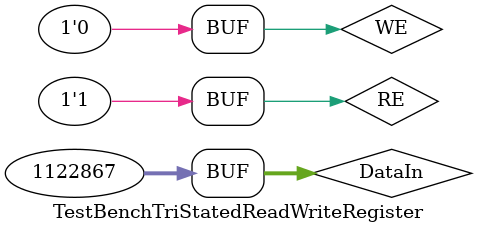
<source format=v>
`timescale 1ns / 1ps


module TestBenchTriStatedReadWriteRegister;

	// Inputs
	reg RE;
	reg WE;
	reg [31 : 0] DataIn;

	wire [31:0] DataOut;
	

	// Instantiate the Unit Under Test (UUT)
	TriStatedReadWriteRegister uut (
		.DataOut(DataOut), 
		.DataIn(DataIn),
		.RE(RE), 
		.WE(WE)
	);
	
	
	initial begin
		// Initialize Inputs
		RE = 0;
		WE = 0;

		// Wait 100 ns for global reset to finish
		#100;
        
		// Add stimulus here
		WE = 1 ; DataIn = 32'h00112233;
		#10 WE = 0; 
		#10 RE = 1;
	end
      
endmodule


</source>
